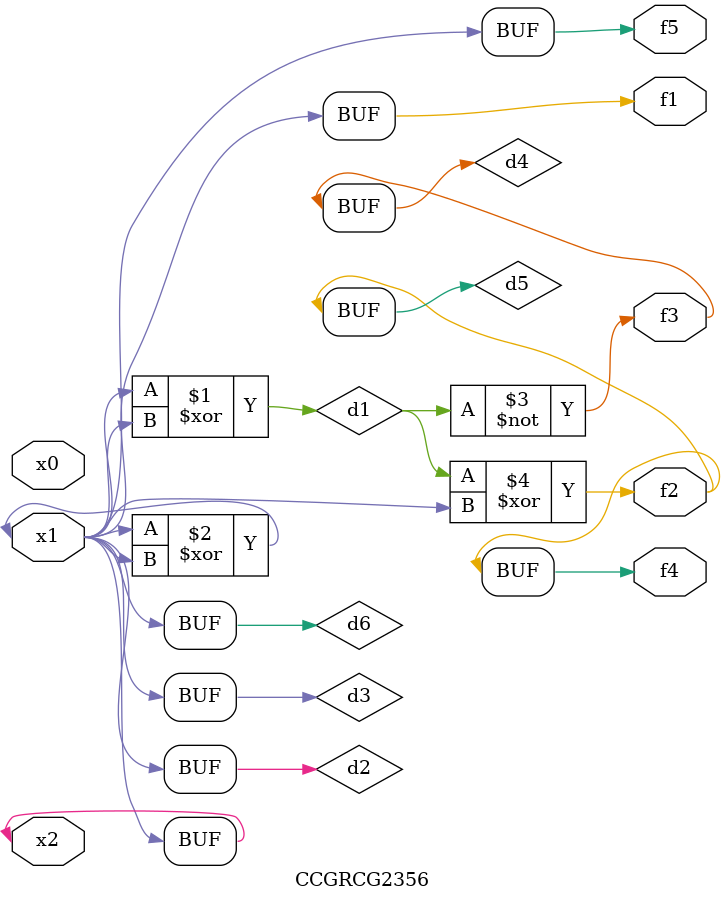
<source format=v>
module CCGRCG2356(
	input x0, x1, x2,
	output f1, f2, f3, f4, f5
);

	wire d1, d2, d3, d4, d5, d6;

	xor (d1, x1, x2);
	buf (d2, x1, x2);
	xor (d3, x1, x2);
	nor (d4, d1);
	xor (d5, d1, d2);
	buf (d6, d2, d3);
	assign f1 = d6;
	assign f2 = d5;
	assign f3 = d4;
	assign f4 = d5;
	assign f5 = d6;
endmodule

</source>
